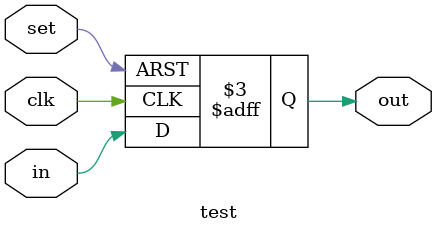
<source format=v>
module test(input  in,  input clk,   set, output reg out);
always @(posedge clk, negedge set)
	if(!set) out <= 1'b1;
	else out <= in;
endmodule	

</source>
